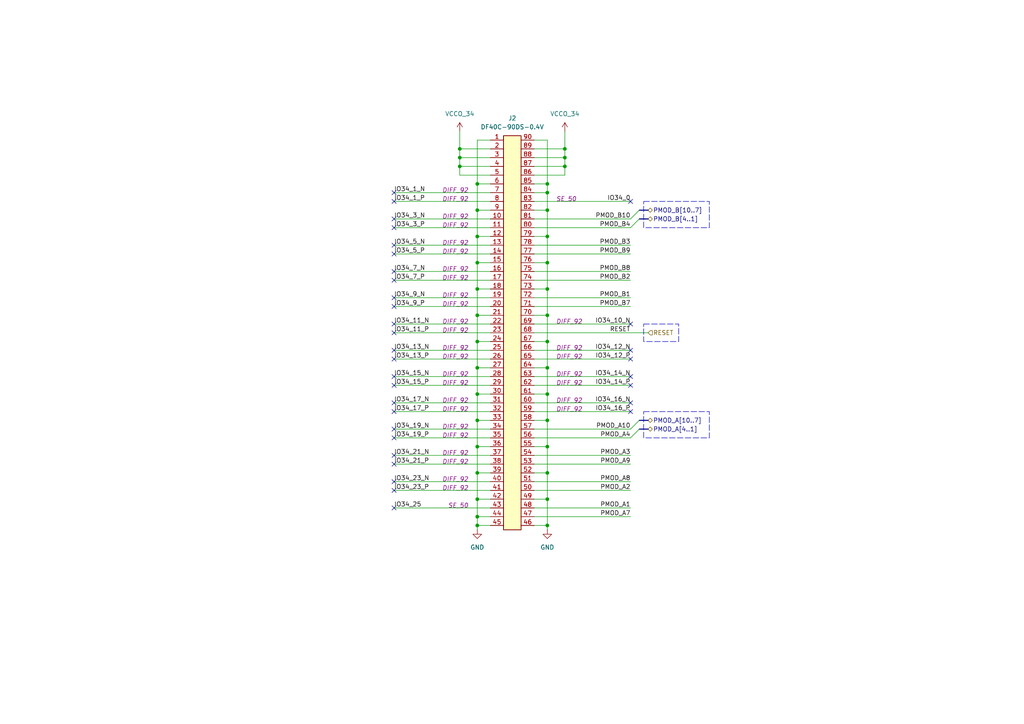
<source format=kicad_sch>
(kicad_sch (version 20250114) (generator "eeschema") (generator_version "9.0")
  (paper "A4")
  (title_block (title "nuku.carrier.template.basic") (date "2025-06-28") (rev "0") (company "Samuel López Asunción") (comment 1 "@supersmau"))
  (lib_symbols
    (symbol "nuku:DF40C-90DS-0.4V"
      (property "Reference" "J" (at 0 3.81 0))
      (property "Value" "DF40C-90DS-0.4V" (at 0 1.27 0))
      (symbol "DF40C-90DS-0.4V_0_1"
        (rectangle (start 0 0) (end 5.08 -114.3) (stroke (width 0.254)) (fill (type background)))
      )
      (symbol "DF40C-90DS-0.4V_1_1"
        (pin passive line (at -3.81 -1.27 0) (length 3.81) (name "") (number "1"))
        (pin passive line (at -3.81 -3.81 0) (length 3.81) (name "") (number "2"))
        (pin passive line (at -3.81 -6.35 0) (length 3.81) (name "") (number "3"))
        (pin passive line (at -3.81 -8.89 0) (length 3.81) (name "") (number "4"))
        (pin passive line (at -3.81 -11.43 0) (length 3.81) (name "") (number "5"))
        (pin passive line (at -3.81 -13.97 0) (length 3.81) (name "") (number "6"))
        (pin passive line (at -3.81 -16.51 0) (length 3.81) (name "") (number "7"))
        (pin passive line (at -3.81 -19.05 0) (length 3.81) (name "") (number "8"))
        (pin passive line (at -3.81 -21.59 0) (length 3.81) (name "") (number "9"))
        (pin passive line (at -3.81 -24.13 0) (length 3.81) (name "") (number "10"))
        (pin passive line (at -3.81 -26.67 0) (length 3.81) (name "") (number "11"))
        (pin passive line (at -3.81 -29.21 0) (length 3.81) (name "") (number "12"))
        (pin passive line (at -3.81 -31.75 0) (length 3.81) (name "") (number "13"))
        (pin passive line (at -3.81 -34.29 0) (length 3.81) (name "") (number "14"))
        (pin passive line (at -3.81 -36.83 0) (length 3.81) (name "") (number "15"))
        (pin passive line (at -3.81 -39.37 0) (length 3.81) (name "") (number "16"))
        (pin passive line (at -3.81 -41.91 0) (length 3.81) (name "") (number "17"))
        (pin passive line (at -3.81 -44.45 0) (length 3.81) (name "") (number "18"))
        (pin passive line (at -3.81 -46.99 0) (length 3.81) (name "") (number "19"))
        (pin passive line (at -3.81 -49.53 0) (length 3.81) (name "") (number "20"))
        (pin passive line (at -3.81 -52.07 0) (length 3.81) (name "") (number "21"))
        (pin passive line (at -3.81 -54.61 0) (length 3.81) (name "") (number "22"))
        (pin passive line (at -3.81 -57.15 0) (length 3.81) (name "") (number "23"))
        (pin passive line (at -3.81 -59.69 0) (length 3.81) (name "") (number "24"))
        (pin passive line (at -3.81 -62.23 0) (length 3.81) (name "") (number "25"))
        (pin passive line (at -3.81 -64.77 0) (length 3.81) (name "") (number "26"))
        (pin passive line (at -3.81 -67.31 0) (length 3.81) (name "") (number "27"))
        (pin passive line (at -3.81 -69.85 0) (length 3.81) (name "") (number "28"))
        (pin passive line (at -3.81 -72.39 0) (length 3.81) (name "") (number "29"))
        (pin passive line (at -3.81 -74.93 0) (length 3.81) (name "") (number "30"))
        (pin passive line (at -3.81 -77.47 0) (length 3.81) (name "") (number "31"))
        (pin passive line (at -3.81 -80.01 0) (length 3.81) (name "") (number "32"))
        (pin passive line (at -3.81 -82.55 0) (length 3.81) (name "") (number "33"))
        (pin passive line (at -3.81 -85.09 0) (length 3.81) (name "") (number "34"))
        (pin passive line (at -3.81 -87.63 0) (length 3.81) (name "") (number "35"))
        (pin passive line (at -3.81 -90.17 0) (length 3.81) (name "") (number "36"))
        (pin passive line (at -3.81 -92.71 0) (length 3.81) (name "") (number "37"))
        (pin passive line (at -3.81 -95.25 0) (length 3.81) (name "") (number "38"))
        (pin passive line (at -3.81 -97.79 0) (length 3.81) (name "") (number "39"))
        (pin passive line (at -3.81 -100.33 0) (length 3.81) (name "") (number "40"))
        (pin passive line (at -3.81 -102.87 0) (length 3.81) (name "") (number "41"))
        (pin passive line (at -3.81 -105.41 0) (length 3.81) (name "") (number "42"))
        (pin passive line (at -3.81 -107.95 0) (length 3.81) (name "") (number "43"))
        (pin passive line (at -3.81 -110.49 0) (length 3.81) (name "") (number "44"))
        (pin passive line (at -3.81 -113.03 0) (length 3.81) (name "") (number "45"))
        (pin passive line (at 8.89 -1.27 180) (length 3.81) (name "") (number "90"))
        (pin passive line (at 8.89 -3.81 180) (length 3.81) (name "") (number "89"))
        (pin passive line (at 8.89 -6.35 180) (length 3.81) (name "") (number "88"))
        (pin passive line (at 8.89 -8.89 180) (length 3.81) (name "") (number "87"))
        (pin passive line (at 8.89 -11.43 180) (length 3.81) (name "") (number "86"))
        (pin passive line (at 8.89 -13.97 180) (length 3.81) (name "") (number "85"))
        (pin passive line (at 8.89 -16.51 180) (length 3.81) (name "") (number "84"))
        (pin passive line (at 8.89 -19.05 180) (length 3.81) (name "") (number "83"))
        (pin passive line (at 8.89 -21.59 180) (length 3.81) (name "") (number "82"))
        (pin passive line (at 8.89 -24.13 180) (length 3.81) (name "") (number "81"))
        (pin passive line (at 8.89 -26.67 180) (length 3.81) (name "") (number "80"))
        (pin passive line (at 8.89 -29.21 180) (length 3.81) (name "") (number "79"))
        (pin passive line (at 8.89 -31.75 180) (length 3.81) (name "") (number "78"))
        (pin passive line (at 8.89 -34.29 180) (length 3.81) (name "") (number "77"))
        (pin passive line (at 8.89 -36.83 180) (length 3.81) (name "") (number "76"))
        (pin passive line (at 8.89 -39.37 180) (length 3.81) (name "") (number "75"))
        (pin passive line (at 8.89 -41.91 180) (length 3.81) (name "") (number "74"))
        (pin passive line (at 8.89 -44.45 180) (length 3.81) (name "") (number "73"))
        (pin passive line (at 8.89 -46.99 180) (length 3.81) (name "") (number "72"))
        (pin passive line (at 8.89 -49.53 180) (length 3.81) (name "") (number "71"))
        (pin passive line (at 8.89 -52.07 180) (length 3.81) (name "") (number "70"))
        (pin passive line (at 8.89 -54.61 180) (length 3.81) (name "") (number "69"))
        (pin passive line (at 8.89 -57.15 180) (length 3.81) (name "") (number "68"))
        (pin passive line (at 8.89 -59.69 180) (length 3.81) (name "") (number "67"))
        (pin passive line (at 8.89 -62.23 180) (length 3.81) (name "") (number "66"))
        (pin passive line (at 8.89 -64.77 180) (length 3.81) (name "") (number "65"))
        (pin passive line (at 8.89 -67.31 180) (length 3.81) (name "") (number "64"))
        (pin passive line (at 8.89 -69.85 180) (length 3.81) (name "") (number "63"))
        (pin passive line (at 8.89 -72.39 180) (length 3.81) (name "") (number "62"))
        (pin passive line (at 8.89 -74.93 180) (length 3.81) (name "") (number "61"))
        (pin passive line (at 8.89 -77.47 180) (length 3.81) (name "") (number "60"))
        (pin passive line (at 8.89 -80.01 180) (length 3.81) (name "") (number "59"))
        (pin passive line (at 8.89 -82.55 180) (length 3.81) (name "") (number "58"))
        (pin passive line (at 8.89 -85.09 180) (length 3.81) (name "") (number "57"))
        (pin passive line (at 8.89 -87.63 180) (length 3.81) (name "") (number "56"))
        (pin passive line (at 8.89 -90.17 180) (length 3.81) (name "") (number "55"))
        (pin passive line (at 8.89 -92.71 180) (length 3.81) (name "") (number "54"))
        (pin passive line (at 8.89 -95.25 180) (length 3.81) (name "") (number "53"))
        (pin passive line (at 8.89 -97.79 180) (length 3.81) (name "") (number "52"))
        (pin passive line (at 8.89 -100.33 180) (length 3.81) (name "") (number "51"))
        (pin passive line (at 8.89 -102.87 180) (length 3.81) (name "") (number "50"))
        (pin passive line (at 8.89 -105.41 180) (length 3.81) (name "") (number "49"))
        (pin passive line (at 8.89 -107.95 180) (length 3.81) (name "") (number "48"))
        (pin passive line (at 8.89 -110.49 180) (length 3.81) (name "") (number "47"))
        (pin passive line (at 8.89 -113.03 180) (length 3.81) (name "") (number "46"))
      )
    )
    (symbol "power:+3V3" (power) (pin_numbers (hide yes)) (pin_names (offset 0) (hide yes))
      (property "Value" "+3V3" (at 0 3.556 0))
      (symbol "+3V3_0_1"
        (polyline (pts (xy -0.762 1.27) (xy 0 2.54)))
        (polyline (pts (xy 0 2.54) (xy 0.762 1.27)))
        (polyline (pts (xy 0 0) (xy 0 2.54)))
      )
      (symbol "+3V3_1_1"
        (pin power_in line (at 0 0 90) (length 0) (name "~") (number "1"))
      )
    )
    (symbol "power:GND" (power) (pin_numbers (hide yes)) (pin_names (offset 0) (hide yes))
      (property "Value" "GND" (at 0 -3.81 0))
      (symbol "GND_0_1"
        (polyline (pts (xy 0 0) (xy 0 -1.27) (xy 1.27 -1.27) (xy 0 -2.54) (xy -1.27 -1.27) (xy 0 -1.27)))
      )
      (symbol "GND_1_1"
        (pin power_in line (at 0 0 270) (length 0) (name "~") (number "1"))
      )
    )
  )
  (rectangle (start 186.69 93.98) (end 196.85 99.06) (stroke (width 0) (type dash)))
  (rectangle (start 186.69 58.42) (end 205.74 66.04) (stroke (width 0) (type dash)))
  (rectangle (start 186.69 119.38) (end 205.74 127) (stroke (width 0) (type dash)))
  (junction (at 158.75 53.34))
  (junction (at 138.43 149.86))
  (junction (at 163.83 43.18))
  (junction (at 138.43 137.16))
  (junction (at 158.75 144.78))
  (junction (at 158.75 121.92))
  (junction (at 138.43 83.82))
  (junction (at 158.75 129.54))
  (junction (at 158.75 114.3))
  (junction (at 133.35 45.72))
  (junction (at 163.83 45.72))
  (junction (at 158.75 55.88))
  (junction (at 163.83 48.26))
  (junction (at 138.43 114.3))
  (junction (at 138.43 99.06))
  (junction (at 158.75 137.16))
  (junction (at 138.43 76.2))
  (junction (at 158.75 60.96))
  (junction (at 138.43 144.78))
  (junction (at 138.43 106.68))
  (junction (at 158.75 106.68))
  (junction (at 158.75 83.82))
  (junction (at 138.43 68.58))
  (junction (at 158.75 68.58))
  (junction (at 138.43 152.4))
  (junction (at 158.75 152.4))
  (junction (at 138.43 60.96))
  (junction (at 158.75 91.44))
  (junction (at 133.35 43.18))
  (junction (at 133.35 48.26))
  (junction (at 138.43 53.34))
  (junction (at 138.43 121.92))
  (junction (at 158.75 76.2))
  (junction (at 158.75 99.06))
  (junction (at 138.43 91.44))
  (junction (at 138.43 129.54))
  (no_connect (at 114.3 96.52))
  (no_connect (at 114.3 73.66))
  (no_connect (at 114.3 86.36))
  (no_connect (at 114.3 119.38))
  (no_connect (at 114.3 81.28))
  (no_connect (at 114.3 66.04))
  (no_connect (at 114.3 101.6))
  (no_connect (at 114.3 127))
  (no_connect (at 182.88 104.14))
  (no_connect (at 182.88 101.6))
  (no_connect (at 114.3 124.46))
  (no_connect (at 114.3 111.76))
  (no_connect (at 114.3 116.84))
  (no_connect (at 114.3 132.08))
  (no_connect (at 114.3 63.5))
  (no_connect (at 182.88 116.84))
  (no_connect (at 182.88 109.22))
  (no_connect (at 182.88 119.38))
  (no_connect (at 114.3 142.24))
  (no_connect (at 182.88 93.98))
  (no_connect (at 114.3 78.74))
  (no_connect (at 114.3 147.32))
  (no_connect (at 182.88 58.42))
  (no_connect (at 114.3 134.62))
  (no_connect (at 182.88 111.76))
  (no_connect (at 114.3 139.7))
  (no_connect (at 114.3 58.42))
  (no_connect (at 114.3 109.22))
  (no_connect (at 114.3 71.12))
  (no_connect (at 114.3 88.9))
  (no_connect (at 114.3 104.14))
  (no_connect (at 114.3 93.98))
  (no_connect (at 114.3 55.88))
  (bus_entry (at 185.42 124.46) (size -2.54 2.54))
  (bus_entry (at 185.42 60.96) (size -2.54 2.54))
  (bus_entry (at 185.42 63.5) (size -2.54 2.54))
  (bus_entry (at 185.42 121.92) (size -2.54 2.54))
  (wire (pts (xy 154.94 134.62) (xy 182.88 134.62)))
  (wire (pts (xy 133.35 43.18) (xy 133.35 45.72)))
  (wire (pts (xy 158.75 99.06) (xy 158.75 91.44)))
  (wire (pts (xy 114.3 147.32) (xy 142.24 147.32)))
  (wire (pts (xy 138.43 149.86) (xy 142.24 149.86)))
  (wire (pts (xy 154.94 78.74) (xy 182.88 78.74)))
  (wire (pts (xy 158.75 106.68) (xy 158.75 114.3)))
  (wire (pts (xy 163.83 50.8) (xy 163.83 48.26)))
  (wire (pts (xy 114.3 127) (xy 142.24 127)))
  (wire (pts (xy 158.75 99.06) (xy 158.75 106.68)))
  (wire (pts (xy 158.75 40.64) (xy 154.94 40.64)))
  (wire (pts (xy 138.43 60.96) (xy 142.24 60.96)))
  (wire (pts (xy 133.35 48.26) (xy 142.24 48.26)))
  (wire (pts (xy 133.35 38.1) (xy 133.35 43.18)))
  (wire (pts (xy 114.3 71.12) (xy 142.24 71.12)))
  (wire (pts (xy 154.94 147.32) (xy 182.88 147.32)))
  (wire (pts (xy 138.43 121.92) (xy 142.24 121.92)))
  (wire (pts (xy 138.43 53.34) (xy 142.24 53.34)))
  (wire (pts (xy 158.75 76.2) (xy 158.75 68.58)))
  (wire (pts (xy 154.94 109.22) (xy 182.88 109.22)))
  (wire (pts (xy 158.75 137.16) (xy 154.94 137.16)))
  (wire (pts (xy 158.75 121.92) (xy 158.75 129.54)))
  (wire (pts (xy 138.43 144.78) (xy 142.24 144.78)))
  (wire (pts (xy 158.75 144.78) (xy 154.94 144.78)))
  (wire (pts (xy 138.43 99.06) (xy 142.24 99.06)))
  (wire (pts (xy 158.75 137.16) (xy 158.75 144.78)))
  (wire (pts (xy 154.94 73.66) (xy 182.88 73.66)))
  (wire (pts (xy 114.3 109.22) (xy 142.24 109.22)))
  (wire (pts (xy 133.35 48.26) (xy 133.35 45.72)))
  (wire (pts (xy 133.35 50.8) (xy 142.24 50.8)))
  (wire (pts (xy 138.43 129.54) (xy 138.43 137.16)))
  (wire (pts (xy 142.24 40.64) (xy 138.43 40.64)))
  (wire (pts (xy 133.35 43.18) (xy 142.24 43.18)))
  (wire (pts (xy 138.43 68.58) (xy 142.24 68.58)))
  (wire (pts (xy 154.94 119.38) (xy 182.88 119.38)))
  (wire (pts (xy 154.94 93.98) (xy 182.88 93.98)))
  (wire (pts (xy 154.94 43.18) (xy 163.83 43.18)))
  (wire (pts (xy 114.3 124.46) (xy 142.24 124.46)))
  (wire (pts (xy 154.94 55.88) (xy 158.75 55.88)))
  (wire (pts (xy 114.3 116.84) (xy 142.24 116.84)))
  (wire (pts (xy 138.43 99.06) (xy 138.43 106.68)))
  (wire (pts (xy 154.94 71.12) (xy 182.88 71.12)))
  (wire (pts (xy 154.94 106.68) (xy 158.75 106.68)))
  (wire (pts (xy 114.3 96.52) (xy 142.24 96.52)))
  (wire (pts (xy 163.83 48.26) (xy 163.83 45.72)))
  (wire (pts (xy 138.43 83.82) (xy 142.24 83.82)))
  (wire (pts (xy 158.75 114.3) (xy 154.94 114.3)))
  (wire (pts (xy 138.43 137.16) (xy 138.43 144.78)))
  (wire (pts (xy 154.94 139.7) (xy 182.88 139.7)))
  (wire (pts (xy 138.43 149.86) (xy 138.43 152.4)))
  (wire (pts (xy 114.3 78.74) (xy 142.24 78.74)))
  (wire (pts (xy 138.43 114.3) (xy 142.24 114.3)))
  (wire (pts (xy 154.94 127) (xy 182.88 127)))
  (wire (pts (xy 114.3 111.76) (xy 142.24 111.76)))
  (wire (pts (xy 138.43 40.64) (xy 138.43 53.34)))
  (wire (pts (xy 158.75 129.54) (xy 158.75 137.16)))
  (bus (pts (xy 185.42 121.92) (xy 187.96 121.92)))
  (wire (pts (xy 158.75 53.34) (xy 154.94 53.34)))
  (wire (pts (xy 138.43 99.06) (xy 138.43 91.44)))
  (wire (pts (xy 158.75 152.4) (xy 154.94 152.4)))
  (wire (pts (xy 154.94 66.04) (xy 182.88 66.04)))
  (wire (pts (xy 158.75 144.78) (xy 158.75 152.4)))
  (wire (pts (xy 158.75 68.58) (xy 158.75 60.96)))
  (wire (pts (xy 138.43 144.78) (xy 138.43 149.86)))
  (wire (pts (xy 158.75 53.34) (xy 158.75 40.64)))
  (wire (pts (xy 158.75 91.44) (xy 158.75 83.82)))
  (wire (pts (xy 154.94 58.42) (xy 182.88 58.42)))
  (wire (pts (xy 114.3 134.62) (xy 142.24 134.62)))
  (wire (pts (xy 138.43 76.2) (xy 138.43 68.58)))
  (wire (pts (xy 154.94 81.28) (xy 182.88 81.28)))
  (wire (pts (xy 142.24 106.68) (xy 138.43 106.68)))
  (wire (pts (xy 154.94 149.86) (xy 182.88 149.86)))
  (wire (pts (xy 154.94 88.9) (xy 182.88 88.9)))
  (wire (pts (xy 158.75 114.3) (xy 158.75 121.92)))
  (wire (pts (xy 114.3 66.04) (xy 142.24 66.04)))
  (wire (pts (xy 138.43 60.96) (xy 138.43 53.34)))
  (wire (pts (xy 154.94 86.36) (xy 182.88 86.36)))
  (wire (pts (xy 114.3 132.08) (xy 142.24 132.08)))
  (wire (pts (xy 158.75 152.4) (xy 158.75 153.67)))
  (wire (pts (xy 133.35 45.72) (xy 142.24 45.72)))
  (wire (pts (xy 158.75 99.06) (xy 154.94 99.06)))
  (wire (pts (xy 154.94 96.52) (xy 187.96 96.52)))
  (bus (pts (xy 185.42 60.96) (xy 187.96 60.96)))
  (wire (pts (xy 114.3 81.28) (xy 142.24 81.28)))
  (wire (pts (xy 154.94 45.72) (xy 163.83 45.72)))
  (bus (pts (xy 185.42 63.5) (xy 187.96 63.5)))
  (wire (pts (xy 158.75 129.54) (xy 154.94 129.54)))
  (wire (pts (xy 138.43 106.68) (xy 138.43 114.3)))
  (wire (pts (xy 154.94 104.14) (xy 182.88 104.14)))
  (wire (pts (xy 114.3 142.24) (xy 142.24 142.24)))
  (wire (pts (xy 114.3 73.66) (xy 142.24 73.66)))
  (bus (pts (xy 185.42 124.46) (xy 187.96 124.46)))
  (wire (pts (xy 154.94 50.8) (xy 163.83 50.8)))
  (wire (pts (xy 163.83 38.1) (xy 163.83 43.18)))
  (wire (pts (xy 158.75 91.44) (xy 154.94 91.44)))
  (wire (pts (xy 138.43 91.44) (xy 142.24 91.44)))
  (wire (pts (xy 114.3 63.5) (xy 142.24 63.5)))
  (wire (pts (xy 154.94 142.24) (xy 182.88 142.24)))
  (wire (pts (xy 138.43 152.4) (xy 138.43 153.67)))
  (wire (pts (xy 154.94 132.08) (xy 182.88 132.08)))
  (wire (pts (xy 138.43 91.44) (xy 138.43 83.82)))
  (wire (pts (xy 163.83 43.18) (xy 163.83 45.72)))
  (wire (pts (xy 114.3 55.88) (xy 142.24 55.88)))
  (wire (pts (xy 138.43 68.58) (xy 138.43 60.96)))
  (wire (pts (xy 158.75 76.2) (xy 154.94 76.2)))
  (wire (pts (xy 158.75 83.82) (xy 158.75 76.2)))
  (wire (pts (xy 114.3 88.9) (xy 142.24 88.9)))
  (wire (pts (xy 133.35 50.8) (xy 133.35 48.26)))
  (wire (pts (xy 114.3 119.38) (xy 142.24 119.38)))
  (wire (pts (xy 158.75 53.34) (xy 158.75 55.88)))
  (wire (pts (xy 154.94 63.5) (xy 182.88 63.5)))
  (wire (pts (xy 114.3 139.7) (xy 142.24 139.7)))
  (wire (pts (xy 114.3 86.36) (xy 142.24 86.36)))
  (wire (pts (xy 138.43 152.4) (xy 142.24 152.4)))
  (wire (pts (xy 154.94 48.26) (xy 163.83 48.26)))
  (wire (pts (xy 114.3 104.14) (xy 142.24 104.14)))
  (wire (pts (xy 114.3 101.6) (xy 142.24 101.6)))
  (wire (pts (xy 158.75 68.58) (xy 154.94 68.58)))
  (wire (pts (xy 138.43 83.82) (xy 138.43 76.2)))
  (wire (pts (xy 154.94 124.46) (xy 182.88 124.46)))
  (wire (pts (xy 158.75 55.88) (xy 158.75 60.96)))
  (wire (pts (xy 158.75 83.82) (xy 154.94 83.82)))
  (wire (pts (xy 138.43 121.92) (xy 138.43 129.54)))
  (wire (pts (xy 138.43 114.3) (xy 138.43 121.92)))
  (wire (pts (xy 138.43 137.16) (xy 142.24 137.16)))
  (wire (pts (xy 158.75 121.92) (xy 154.94 121.92)))
  (wire (pts (xy 114.3 58.42) (xy 142.24 58.42)))
  (wire (pts (xy 138.43 76.2) (xy 142.24 76.2)))
  (wire (pts (xy 154.94 116.84) (xy 182.88 116.84)))
  (wire (pts (xy 138.43 129.54) (xy 142.24 129.54)))
  (wire (pts (xy 114.3 93.98) (xy 142.24 93.98)))
  (wire (pts (xy 158.75 60.96) (xy 154.94 60.96)))
  (wire (pts (xy 154.94 101.6) (xy 182.88 101.6)))
  (wire (pts (xy 154.94 111.76) (xy 182.88 111.76)))
  (label "IO34_16_P" (at 182.88 119.38 180) (property "Netclass" "DIFF_92" (at 161.29 119.38 0) (effects (font (italic yes)) (justify left bottom))))
  (label "IO34_1_P" (at 114.3 58.42 0) (property "Netclass" "DIFF_92" (at 135.89 58.42 0) (effects (font (italic yes)) (justify right bottom))))
  (label "IO34_23_N" (at 114.3 139.7 0) (property "Netclass" "DIFF_92" (at 135.89 139.7 0) (effects (font (italic yes)) (justify right bottom))))
  (label "IO34_0" (at 182.88 58.42 180) (property "Netclass" "SE_50" (at 161.29 58.42 0) (effects (font (italic yes)) (justify left bottom))))
  (label "IO34_3_P" (at 114.3 66.04 0) (property "Netclass" "DIFF_92" (at 135.89 66.04 0) (effects (font (italic yes)) (justify right bottom))))
  (label "IO34_10_N" (at 182.88 93.98 180) (property "Netclass" "DIFF_92" (at 161.29 93.98 0) (effects (font (italic yes)) (justify left bottom))))
  (label "IO34_3_N" (at 114.3 63.5 0) (property "Netclass" "DIFF_92" (at 135.89 63.5 0) (effects (font (italic yes)) (justify right bottom))))
  (label "IO34_25" (at 114.3 147.32 0) (property "Netclass" "SE_50" (at 135.89 147.32 0) (effects (font (italic yes)) (justify right bottom))))
  (label "IO34_5_N" (at 114.3 71.12 0) (property "Netclass" "DIFF_92" (at 135.89 71.12 0) (effects (font (italic yes)) (justify right bottom))))
  (label "PMOD_B7" (at 182.88 88.9 180))
  (label "PMOD_B2" (at 182.88 81.28 180))
  (label "IO34_11_P" (at 114.3 96.52 0) (property "Netclass" "DIFF_92" (at 135.89 96.52 0) (effects (font (italic yes)) (justify right bottom))))
  (label "PMOD_A9" (at 182.88 134.62 180))
  (label "PMOD_A8" (at 182.88 139.7 180))
  (label "IO34_19_P" (at 114.3 127 0) (property "Netclass" "DIFF_92" (at 135.89 127 0) (effects (font (italic yes)) (justify right bottom))))
  (label "IO34_9_P" (at 114.3 88.9 0) (property "Netclass" "DIFF_92" (at 135.89 88.9 0) (effects (font (italic yes)) (justify right bottom))))
  (label "PMOD_B9" (at 182.88 73.66 180))
  (label "IO34_16_N" (at 182.88 116.84 180) (property "Netclass" "DIFF_92" (at 161.29 116.84 0) (effects (font (italic yes)) (justify left bottom))))
  (label "IO34_1_N" (at 114.3 55.88 0) (property "Netclass" "DIFF_92" (at 135.89 55.88 0) (effects (font (italic yes)) (justify right bottom))))
  (label "IO34_12_N" (at 182.88 101.6 180) (property "Netclass" "DIFF_92" (at 161.29 101.6 0) (effects (font (italic yes)) (justify left bottom))))
  (label "IO34_14_P" (at 182.88 111.76 180) (property "Netclass" "DIFF_92" (at 161.29 111.76 0) (effects (font (italic yes)) (justify left bottom))))
  (label "PMOD_B8" (at 182.88 78.74 180))
  (label "IO34_13_P" (at 114.3 104.14 0) (property "Netclass" "DIFF_92" (at 135.89 104.14 0) (effects (font (italic yes)) (justify right bottom))))
  (label "IO34_15_P" (at 114.3 111.76 0) (property "Netclass" "DIFF_92" (at 135.89 111.76 0) (effects (font (italic yes)) (justify right bottom))))
  (label "IO34_23_P" (at 114.3 142.24 0) (property "Netclass" "DIFF_92" (at 135.89 142.24 0) (effects (font (italic yes)) (justify right bottom))))
  (label "IO34_21_N" (at 114.3 132.08 0) (property "Netclass" "DIFF_92" (at 135.89 132.08 0) (effects (font (italic yes)) (justify right bottom))))
  (label "IO34_13_N" (at 114.3 101.6 0) (property "Netclass" "DIFF_92" (at 135.89 101.6 0) (effects (font (italic yes)) (justify right bottom))))
  (label "IO34_19_N" (at 114.3 124.46 0) (property "Netclass" "DIFF_92" (at 135.89 124.46 0) (effects (font (italic yes)) (justify right bottom))))
  (label "PMOD_B4" (at 182.88 66.04 180))
  (label "IO34_12_P" (at 182.88 104.14 180) (property "Netclass" "DIFF_92" (at 161.29 104.14 0) (effects (font (italic yes)) (justify left bottom))))
  (label "IO34_17_N" (at 114.3 116.84 0) (property "Netclass" "DIFF_92" (at 135.89 116.84 0) (effects (font (italic yes)) (justify right bottom))))
  (label "IO34_7_P" (at 114.3 81.28 0) (property "Netclass" "DIFF_92" (at 135.89 81.28 0) (effects (font (italic yes)) (justify right bottom))))
  (label "IO34_11_N" (at 114.3 93.98 0) (property "Netclass" "DIFF_92" (at 135.89 93.98 0) (effects (font (italic yes)) (justify right bottom))))
  (label "RESET" (at 182.8171 96.52 180))
  (label "IO34_9_N" (at 114.3 86.36 0) (property "Netclass" "DIFF_92" (at 135.89 86.36 0) (effects (font (italic yes)) (justify right bottom))))
  (label "PMOD_A1" (at 182.88 147.32 180))
  (label "IO34_15_N" (at 114.3 109.22 0) (property "Netclass" "DIFF_92" (at 135.89 109.22 0) (effects (font (italic yes)) (justify right bottom))))
  (label "PMOD_A2" (at 182.88 142.24 180))
  (label "IO34_21_P" (at 114.3 134.62 0) (property "Netclass" "DIFF_92" (at 135.89 134.62 0) (effects (font (italic yes)) (justify right bottom))))
  (label "PMOD_B10" (at 182.88 63.5 180))
  (label "PMOD_B1" (at 182.88 86.36 180))
  (label "IO34_7_N" (at 114.3 78.74 0) (property "Netclass" "DIFF_92" (at 135.89 78.74 0) (effects (font (italic yes)) (justify right bottom))))
  (label "PMOD_A3" (at 182.88 132.08 180))
  (label "IO34_5_P" (at 114.3 73.66 0) (property "Netclass" "DIFF_92" (at 135.89 73.66 0) (effects (font (italic yes)) (justify right bottom))))
  (label "PMOD_A10" (at 182.88 124.46 180))
  (label "IO34_17_P" (at 114.3 119.38 0) (property "Netclass" "DIFF_92" (at 135.89 119.38 0) (effects (font (italic yes)) (justify right bottom))))
  (label "PMOD_A7" (at 182.88 149.86 180))
  (label "PMOD_B3" (at 182.88 71.12 180))
  (label "PMOD_A4" (at 182.88 127 180))
  (label "IO34_14_N" (at 182.88 109.22 180) (property "Netclass" "DIFF_92" (at 161.29 109.22 0) (effects (font (italic yes)) (justify left bottom))))
  (hierarchical_label "RESET" (shape input) (at 187.96 96.52 0))
  (hierarchical_label "PMOD_B[10..7]" (shape bidirectional) (at 187.96 60.96 0))
  (hierarchical_label "PMOD_B[4..1]" (shape bidirectional) (at 187.96 63.5 0))
  (hierarchical_label "PMOD_A[4..1]" (shape bidirectional) (at 187.96 124.46 0))
  (hierarchical_label "PMOD_A[10..7]" (shape bidirectional) (at 187.96 121.92 0))
  (symbol (lib_id "nuku:DF40C-90DS-0.4V") (at 146.05 39.37 0) (unit 1)
    (property "Reference" "J2" (at 148.59 34.29 0))
    (property "Value" "DF40C-90DS-0.4V" (at 148.59 36.83 0))
    (property "Footprint" "nuku:DF40C-90DS-0.4V" (effects (hide yes)))
    (property "Datasheet" "https://www.lcsc.com/datasheet/lcsc_datasheet_2206011716_HRS-Hirose-DF40C-90DS-0-4V-51_C2911197.pdf" (effects (hide yes)))
    (property "LCSC" "C2911197" (effects (hide yes)))
  )
  (symbol (lib_id "power:GND") (at 138.43 153.67 0) (unit 1)
    (property "Reference" "#PWR011" (effects (hide yes)))
    (property "Value" "GND" (at 138.43 158.75 0))
    (property "Description" "Power symbol creates a global label with name \"GND\" , ground" (effects (hide yes)))
  )
  (symbol (lib_id "power:+3V3") (at 133.35 38.1 0) (mirror y) (unit 1)
    (property "Reference" "#PWR03" (effects (hide yes)))
    (property "Value" "VCCO_34" (at 133.35 33.02 0))
    (property "Description" "Power symbol creates a global label with name \"+3V3\"" (effects (hide yes)))
  )
  (symbol (lib_id "power:+3V3") (at 163.83 38.1 0) (unit 1)
    (property "Reference" "#PWR04" (effects (hide yes)))
    (property "Value" "VCCO_34" (at 163.83 33.02 0))
    (property "Description" "Power symbol creates a global label with name \"+3V3\"" (effects (hide yes)))
  )
  (symbol (lib_id "power:GND") (at 158.75 153.67 0) (mirror y) (unit 1)
    (property "Reference" "#PWR012" (effects (hide yes)))
    (property "Value" "GND" (at 158.75 158.75 0))
    (property "Description" "Power symbol creates a global label with name \"GND\" , ground" (effects (hide yes)))
  )
)
</source>
